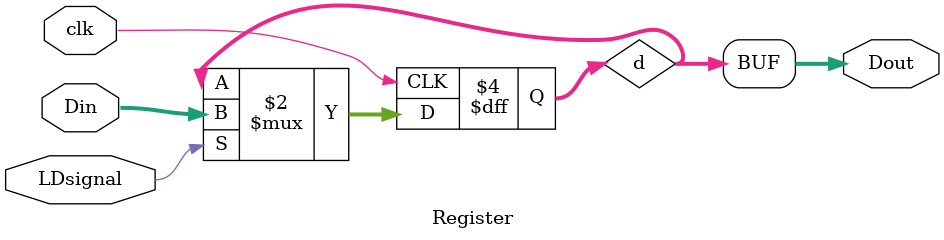
<source format=v>
module Register(
	input wire clk,
	input wire LDsignal,
	input wire [15:0] Din,
	output wire [15:0] Dout
	);
	
	reg [15:0] d;
	assign Dout = d;
	
	always @(posedge clk) begin
		if (LDsignal) d<=Din;
	end
endmodule 
</source>
